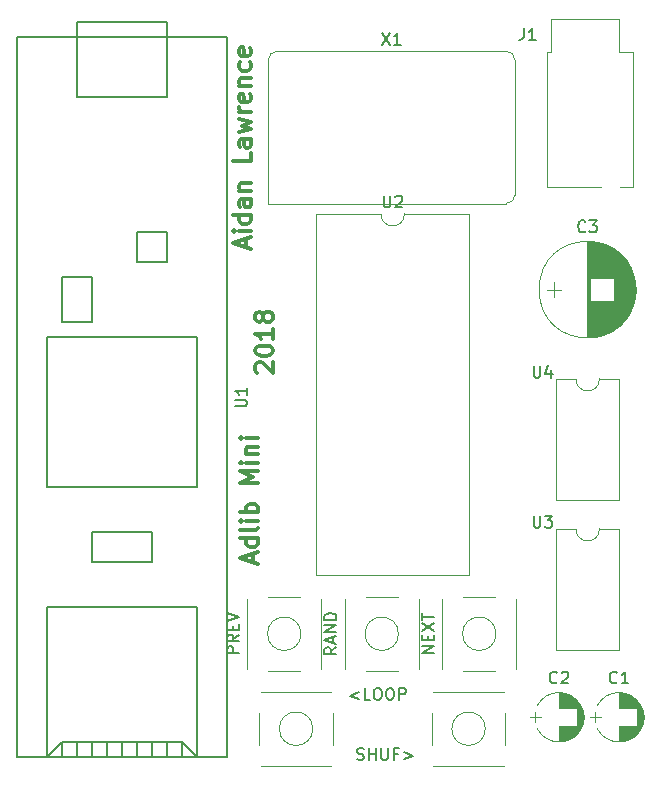
<source format=gbr>
G04 #@! TF.FileFunction,Legend,Top*
%FSLAX46Y46*%
G04 Gerber Fmt 4.6, Leading zero omitted, Abs format (unit mm)*
G04 Created by KiCad (PCBNEW 4.0.6) date 01/21/18 18:38:45*
%MOMM*%
%LPD*%
G01*
G04 APERTURE LIST*
%ADD10C,0.100000*%
%ADD11C,0.300000*%
%ADD12C,0.120000*%
%ADD13C,0.150000*%
G04 APERTURE END LIST*
D10*
D11*
X142831429Y-108616428D02*
X142760000Y-108544999D01*
X142688571Y-108402142D01*
X142688571Y-108044999D01*
X142760000Y-107902142D01*
X142831429Y-107830713D01*
X142974286Y-107759285D01*
X143117143Y-107759285D01*
X143331429Y-107830713D01*
X144188571Y-108687856D01*
X144188571Y-107759285D01*
X142688571Y-106830714D02*
X142688571Y-106687857D01*
X142760000Y-106545000D01*
X142831429Y-106473571D01*
X142974286Y-106402142D01*
X143260000Y-106330714D01*
X143617143Y-106330714D01*
X143902857Y-106402142D01*
X144045714Y-106473571D01*
X144117143Y-106545000D01*
X144188571Y-106687857D01*
X144188571Y-106830714D01*
X144117143Y-106973571D01*
X144045714Y-107045000D01*
X143902857Y-107116428D01*
X143617143Y-107187857D01*
X143260000Y-107187857D01*
X142974286Y-107116428D01*
X142831429Y-107045000D01*
X142760000Y-106973571D01*
X142688571Y-106830714D01*
X144188571Y-104902143D02*
X144188571Y-105759286D01*
X144188571Y-105330714D02*
X142688571Y-105330714D01*
X142902857Y-105473571D01*
X143045714Y-105616429D01*
X143117143Y-105759286D01*
X143331429Y-104045000D02*
X143260000Y-104187858D01*
X143188571Y-104259286D01*
X143045714Y-104330715D01*
X142974286Y-104330715D01*
X142831429Y-104259286D01*
X142760000Y-104187858D01*
X142688571Y-104045000D01*
X142688571Y-103759286D01*
X142760000Y-103616429D01*
X142831429Y-103545000D01*
X142974286Y-103473572D01*
X143045714Y-103473572D01*
X143188571Y-103545000D01*
X143260000Y-103616429D01*
X143331429Y-103759286D01*
X143331429Y-104045000D01*
X143402857Y-104187858D01*
X143474286Y-104259286D01*
X143617143Y-104330715D01*
X143902857Y-104330715D01*
X144045714Y-104259286D01*
X144117143Y-104187858D01*
X144188571Y-104045000D01*
X144188571Y-103759286D01*
X144117143Y-103616429D01*
X144045714Y-103545000D01*
X143902857Y-103473572D01*
X143617143Y-103473572D01*
X143474286Y-103545000D01*
X143402857Y-103616429D01*
X143331429Y-103759286D01*
X141855000Y-97999286D02*
X141855000Y-97285000D01*
X142283571Y-98142143D02*
X140783571Y-97642143D01*
X142283571Y-97142143D01*
X142283571Y-96642143D02*
X141283571Y-96642143D01*
X140783571Y-96642143D02*
X140855000Y-96713572D01*
X140926429Y-96642143D01*
X140855000Y-96570715D01*
X140783571Y-96642143D01*
X140926429Y-96642143D01*
X142283571Y-95285000D02*
X140783571Y-95285000D01*
X142212143Y-95285000D02*
X142283571Y-95427857D01*
X142283571Y-95713571D01*
X142212143Y-95856429D01*
X142140714Y-95927857D01*
X141997857Y-95999286D01*
X141569286Y-95999286D01*
X141426429Y-95927857D01*
X141355000Y-95856429D01*
X141283571Y-95713571D01*
X141283571Y-95427857D01*
X141355000Y-95285000D01*
X142283571Y-93927857D02*
X141497857Y-93927857D01*
X141355000Y-93999286D01*
X141283571Y-94142143D01*
X141283571Y-94427857D01*
X141355000Y-94570714D01*
X142212143Y-93927857D02*
X142283571Y-94070714D01*
X142283571Y-94427857D01*
X142212143Y-94570714D01*
X142069286Y-94642143D01*
X141926429Y-94642143D01*
X141783571Y-94570714D01*
X141712143Y-94427857D01*
X141712143Y-94070714D01*
X141640714Y-93927857D01*
X141283571Y-93213571D02*
X142283571Y-93213571D01*
X141426429Y-93213571D02*
X141355000Y-93142143D01*
X141283571Y-92999285D01*
X141283571Y-92785000D01*
X141355000Y-92642143D01*
X141497857Y-92570714D01*
X142283571Y-92570714D01*
X142283571Y-89999285D02*
X142283571Y-90713571D01*
X140783571Y-90713571D01*
X142283571Y-88856428D02*
X141497857Y-88856428D01*
X141355000Y-88927857D01*
X141283571Y-89070714D01*
X141283571Y-89356428D01*
X141355000Y-89499285D01*
X142212143Y-88856428D02*
X142283571Y-88999285D01*
X142283571Y-89356428D01*
X142212143Y-89499285D01*
X142069286Y-89570714D01*
X141926429Y-89570714D01*
X141783571Y-89499285D01*
X141712143Y-89356428D01*
X141712143Y-88999285D01*
X141640714Y-88856428D01*
X141283571Y-88284999D02*
X142283571Y-87999285D01*
X141569286Y-87713571D01*
X142283571Y-87427856D01*
X141283571Y-87142142D01*
X142283571Y-86570713D02*
X141283571Y-86570713D01*
X141569286Y-86570713D02*
X141426429Y-86499285D01*
X141355000Y-86427856D01*
X141283571Y-86284999D01*
X141283571Y-86142142D01*
X142212143Y-85070714D02*
X142283571Y-85213571D01*
X142283571Y-85499285D01*
X142212143Y-85642142D01*
X142069286Y-85713571D01*
X141497857Y-85713571D01*
X141355000Y-85642142D01*
X141283571Y-85499285D01*
X141283571Y-85213571D01*
X141355000Y-85070714D01*
X141497857Y-84999285D01*
X141640714Y-84999285D01*
X141783571Y-85713571D01*
X141283571Y-84356428D02*
X142283571Y-84356428D01*
X141426429Y-84356428D02*
X141355000Y-84285000D01*
X141283571Y-84142142D01*
X141283571Y-83927857D01*
X141355000Y-83785000D01*
X141497857Y-83713571D01*
X142283571Y-83713571D01*
X142212143Y-82356428D02*
X142283571Y-82499285D01*
X142283571Y-82784999D01*
X142212143Y-82927857D01*
X142140714Y-82999285D01*
X141997857Y-83070714D01*
X141569286Y-83070714D01*
X141426429Y-82999285D01*
X141355000Y-82927857D01*
X141283571Y-82784999D01*
X141283571Y-82499285D01*
X141355000Y-82356428D01*
X142212143Y-81142143D02*
X142283571Y-81285000D01*
X142283571Y-81570714D01*
X142212143Y-81713571D01*
X142069286Y-81785000D01*
X141497857Y-81785000D01*
X141355000Y-81713571D01*
X141283571Y-81570714D01*
X141283571Y-81285000D01*
X141355000Y-81142143D01*
X141497857Y-81070714D01*
X141640714Y-81070714D01*
X141783571Y-81785000D01*
X142490000Y-124665715D02*
X142490000Y-123951429D01*
X142918571Y-124808572D02*
X141418571Y-124308572D01*
X142918571Y-123808572D01*
X142918571Y-122665715D02*
X141418571Y-122665715D01*
X142847143Y-122665715D02*
X142918571Y-122808572D01*
X142918571Y-123094286D01*
X142847143Y-123237144D01*
X142775714Y-123308572D01*
X142632857Y-123380001D01*
X142204286Y-123380001D01*
X142061429Y-123308572D01*
X141990000Y-123237144D01*
X141918571Y-123094286D01*
X141918571Y-122808572D01*
X141990000Y-122665715D01*
X142918571Y-121737143D02*
X142847143Y-121880001D01*
X142704286Y-121951429D01*
X141418571Y-121951429D01*
X142918571Y-121165715D02*
X141918571Y-121165715D01*
X141418571Y-121165715D02*
X141490000Y-121237144D01*
X141561429Y-121165715D01*
X141490000Y-121094287D01*
X141418571Y-121165715D01*
X141561429Y-121165715D01*
X142918571Y-120451429D02*
X141418571Y-120451429D01*
X141990000Y-120451429D02*
X141918571Y-120308572D01*
X141918571Y-120022858D01*
X141990000Y-119880001D01*
X142061429Y-119808572D01*
X142204286Y-119737143D01*
X142632857Y-119737143D01*
X142775714Y-119808572D01*
X142847143Y-119880001D01*
X142918571Y-120022858D01*
X142918571Y-120308572D01*
X142847143Y-120451429D01*
X142918571Y-117951429D02*
X141418571Y-117951429D01*
X142490000Y-117451429D01*
X141418571Y-116951429D01*
X142918571Y-116951429D01*
X142918571Y-116237143D02*
X141918571Y-116237143D01*
X141418571Y-116237143D02*
X141490000Y-116308572D01*
X141561429Y-116237143D01*
X141490000Y-116165715D01*
X141418571Y-116237143D01*
X141561429Y-116237143D01*
X141918571Y-115522857D02*
X142918571Y-115522857D01*
X142061429Y-115522857D02*
X141990000Y-115451429D01*
X141918571Y-115308571D01*
X141918571Y-115094286D01*
X141990000Y-114951429D01*
X142132857Y-114880000D01*
X142918571Y-114880000D01*
X142918571Y-114165714D02*
X141918571Y-114165714D01*
X141418571Y-114165714D02*
X141490000Y-114237143D01*
X141561429Y-114165714D01*
X141490000Y-114094286D01*
X141418571Y-114165714D01*
X141561429Y-114165714D01*
D12*
X175316436Y-136815830D02*
G75*
G03X171624004Y-136815000I-1846436J-979170D01*
G01*
X175316436Y-138774170D02*
G75*
G02X171624004Y-138775000I-1846436J979170D01*
G01*
X175316436Y-138774170D02*
G75*
G03X175315996Y-136815000I-1846436J979170D01*
G01*
X173470000Y-138575000D02*
X173470000Y-139845000D01*
X173470000Y-135745000D02*
X173470000Y-137015000D01*
X173510000Y-135745000D02*
X173510000Y-137015000D01*
X173510000Y-138575000D02*
X173510000Y-139845000D01*
X173550000Y-135746000D02*
X173550000Y-137015000D01*
X173550000Y-138575000D02*
X173550000Y-139844000D01*
X173590000Y-135748000D02*
X173590000Y-137015000D01*
X173590000Y-138575000D02*
X173590000Y-139842000D01*
X173630000Y-135751000D02*
X173630000Y-137015000D01*
X173630000Y-138575000D02*
X173630000Y-139839000D01*
X173670000Y-135754000D02*
X173670000Y-137015000D01*
X173670000Y-138575000D02*
X173670000Y-139836000D01*
X173710000Y-135758000D02*
X173710000Y-137015000D01*
X173710000Y-138575000D02*
X173710000Y-139832000D01*
X173750000Y-135763000D02*
X173750000Y-137015000D01*
X173750000Y-138575000D02*
X173750000Y-139827000D01*
X173790000Y-135769000D02*
X173790000Y-137015000D01*
X173790000Y-138575000D02*
X173790000Y-139821000D01*
X173830000Y-135776000D02*
X173830000Y-137015000D01*
X173830000Y-138575000D02*
X173830000Y-139814000D01*
X173870000Y-135783000D02*
X173870000Y-137015000D01*
X173870000Y-138575000D02*
X173870000Y-139807000D01*
X173910000Y-135791000D02*
X173910000Y-137015000D01*
X173910000Y-138575000D02*
X173910000Y-139799000D01*
X173950000Y-135800000D02*
X173950000Y-137015000D01*
X173950000Y-138575000D02*
X173950000Y-139790000D01*
X173990000Y-135810000D02*
X173990000Y-137015000D01*
X173990000Y-138575000D02*
X173990000Y-139780000D01*
X174030000Y-135821000D02*
X174030000Y-137015000D01*
X174030000Y-138575000D02*
X174030000Y-139769000D01*
X174070000Y-135832000D02*
X174070000Y-137015000D01*
X174070000Y-138575000D02*
X174070000Y-139758000D01*
X174110000Y-135845000D02*
X174110000Y-137015000D01*
X174110000Y-138575000D02*
X174110000Y-139745000D01*
X174150000Y-135858000D02*
X174150000Y-137015000D01*
X174150000Y-138575000D02*
X174150000Y-139732000D01*
X174191000Y-135872000D02*
X174191000Y-137015000D01*
X174191000Y-138575000D02*
X174191000Y-139718000D01*
X174231000Y-135888000D02*
X174231000Y-137015000D01*
X174231000Y-138575000D02*
X174231000Y-139702000D01*
X174271000Y-135904000D02*
X174271000Y-137015000D01*
X174271000Y-138575000D02*
X174271000Y-139686000D01*
X174311000Y-135921000D02*
X174311000Y-137015000D01*
X174311000Y-138575000D02*
X174311000Y-139669000D01*
X174351000Y-135939000D02*
X174351000Y-137015000D01*
X174351000Y-138575000D02*
X174351000Y-139651000D01*
X174391000Y-135958000D02*
X174391000Y-137015000D01*
X174391000Y-138575000D02*
X174391000Y-139632000D01*
X174431000Y-135978000D02*
X174431000Y-137015000D01*
X174431000Y-138575000D02*
X174431000Y-139612000D01*
X174471000Y-135999000D02*
X174471000Y-137015000D01*
X174471000Y-138575000D02*
X174471000Y-139591000D01*
X174511000Y-136022000D02*
X174511000Y-137015000D01*
X174511000Y-138575000D02*
X174511000Y-139568000D01*
X174551000Y-136045000D02*
X174551000Y-137015000D01*
X174551000Y-138575000D02*
X174551000Y-139545000D01*
X174591000Y-136070000D02*
X174591000Y-137015000D01*
X174591000Y-138575000D02*
X174591000Y-139520000D01*
X174631000Y-136096000D02*
X174631000Y-137015000D01*
X174631000Y-138575000D02*
X174631000Y-139494000D01*
X174671000Y-136123000D02*
X174671000Y-137015000D01*
X174671000Y-138575000D02*
X174671000Y-139467000D01*
X174711000Y-136152000D02*
X174711000Y-137015000D01*
X174711000Y-138575000D02*
X174711000Y-139438000D01*
X174751000Y-136182000D02*
X174751000Y-137015000D01*
X174751000Y-138575000D02*
X174751000Y-139408000D01*
X174791000Y-136214000D02*
X174791000Y-137015000D01*
X174791000Y-138575000D02*
X174791000Y-139376000D01*
X174831000Y-136248000D02*
X174831000Y-137015000D01*
X174831000Y-138575000D02*
X174831000Y-139342000D01*
X174871000Y-136283000D02*
X174871000Y-137015000D01*
X174871000Y-138575000D02*
X174871000Y-139307000D01*
X174911000Y-136320000D02*
X174911000Y-137015000D01*
X174911000Y-138575000D02*
X174911000Y-139270000D01*
X174951000Y-136359000D02*
X174951000Y-137015000D01*
X174951000Y-138575000D02*
X174951000Y-139231000D01*
X174991000Y-136400000D02*
X174991000Y-137015000D01*
X174991000Y-138575000D02*
X174991000Y-139190000D01*
X175031000Y-136444000D02*
X175031000Y-139146000D01*
X175071000Y-136490000D02*
X175071000Y-139100000D01*
X175111000Y-136539000D02*
X175111000Y-139051000D01*
X175151000Y-136591000D02*
X175151000Y-138999000D01*
X175191000Y-136647000D02*
X175191000Y-138943000D01*
X175231000Y-136707000D02*
X175231000Y-138883000D01*
X175271000Y-136772000D02*
X175271000Y-138818000D01*
X175311000Y-136843000D02*
X175311000Y-138747000D01*
X175351000Y-136921000D02*
X175351000Y-138669000D01*
X175391000Y-137009000D02*
X175391000Y-138581000D01*
X175431000Y-137109000D02*
X175431000Y-138481000D01*
X175471000Y-137228000D02*
X175471000Y-138362000D01*
X175511000Y-137380000D02*
X175511000Y-138210000D01*
X175551000Y-137630000D02*
X175551000Y-137960000D01*
X171020000Y-137795000D02*
X171920000Y-137795000D01*
X171470000Y-137345000D02*
X171470000Y-138245000D01*
X170236436Y-136815830D02*
G75*
G03X166544004Y-136815000I-1846436J-979170D01*
G01*
X170236436Y-138774170D02*
G75*
G02X166544004Y-138775000I-1846436J979170D01*
G01*
X170236436Y-138774170D02*
G75*
G03X170235996Y-136815000I-1846436J979170D01*
G01*
X168390000Y-138575000D02*
X168390000Y-139845000D01*
X168390000Y-135745000D02*
X168390000Y-137015000D01*
X168430000Y-135745000D02*
X168430000Y-137015000D01*
X168430000Y-138575000D02*
X168430000Y-139845000D01*
X168470000Y-135746000D02*
X168470000Y-137015000D01*
X168470000Y-138575000D02*
X168470000Y-139844000D01*
X168510000Y-135748000D02*
X168510000Y-137015000D01*
X168510000Y-138575000D02*
X168510000Y-139842000D01*
X168550000Y-135751000D02*
X168550000Y-137015000D01*
X168550000Y-138575000D02*
X168550000Y-139839000D01*
X168590000Y-135754000D02*
X168590000Y-137015000D01*
X168590000Y-138575000D02*
X168590000Y-139836000D01*
X168630000Y-135758000D02*
X168630000Y-137015000D01*
X168630000Y-138575000D02*
X168630000Y-139832000D01*
X168670000Y-135763000D02*
X168670000Y-137015000D01*
X168670000Y-138575000D02*
X168670000Y-139827000D01*
X168710000Y-135769000D02*
X168710000Y-137015000D01*
X168710000Y-138575000D02*
X168710000Y-139821000D01*
X168750000Y-135776000D02*
X168750000Y-137015000D01*
X168750000Y-138575000D02*
X168750000Y-139814000D01*
X168790000Y-135783000D02*
X168790000Y-137015000D01*
X168790000Y-138575000D02*
X168790000Y-139807000D01*
X168830000Y-135791000D02*
X168830000Y-137015000D01*
X168830000Y-138575000D02*
X168830000Y-139799000D01*
X168870000Y-135800000D02*
X168870000Y-137015000D01*
X168870000Y-138575000D02*
X168870000Y-139790000D01*
X168910000Y-135810000D02*
X168910000Y-137015000D01*
X168910000Y-138575000D02*
X168910000Y-139780000D01*
X168950000Y-135821000D02*
X168950000Y-137015000D01*
X168950000Y-138575000D02*
X168950000Y-139769000D01*
X168990000Y-135832000D02*
X168990000Y-137015000D01*
X168990000Y-138575000D02*
X168990000Y-139758000D01*
X169030000Y-135845000D02*
X169030000Y-137015000D01*
X169030000Y-138575000D02*
X169030000Y-139745000D01*
X169070000Y-135858000D02*
X169070000Y-137015000D01*
X169070000Y-138575000D02*
X169070000Y-139732000D01*
X169111000Y-135872000D02*
X169111000Y-137015000D01*
X169111000Y-138575000D02*
X169111000Y-139718000D01*
X169151000Y-135888000D02*
X169151000Y-137015000D01*
X169151000Y-138575000D02*
X169151000Y-139702000D01*
X169191000Y-135904000D02*
X169191000Y-137015000D01*
X169191000Y-138575000D02*
X169191000Y-139686000D01*
X169231000Y-135921000D02*
X169231000Y-137015000D01*
X169231000Y-138575000D02*
X169231000Y-139669000D01*
X169271000Y-135939000D02*
X169271000Y-137015000D01*
X169271000Y-138575000D02*
X169271000Y-139651000D01*
X169311000Y-135958000D02*
X169311000Y-137015000D01*
X169311000Y-138575000D02*
X169311000Y-139632000D01*
X169351000Y-135978000D02*
X169351000Y-137015000D01*
X169351000Y-138575000D02*
X169351000Y-139612000D01*
X169391000Y-135999000D02*
X169391000Y-137015000D01*
X169391000Y-138575000D02*
X169391000Y-139591000D01*
X169431000Y-136022000D02*
X169431000Y-137015000D01*
X169431000Y-138575000D02*
X169431000Y-139568000D01*
X169471000Y-136045000D02*
X169471000Y-137015000D01*
X169471000Y-138575000D02*
X169471000Y-139545000D01*
X169511000Y-136070000D02*
X169511000Y-137015000D01*
X169511000Y-138575000D02*
X169511000Y-139520000D01*
X169551000Y-136096000D02*
X169551000Y-137015000D01*
X169551000Y-138575000D02*
X169551000Y-139494000D01*
X169591000Y-136123000D02*
X169591000Y-137015000D01*
X169591000Y-138575000D02*
X169591000Y-139467000D01*
X169631000Y-136152000D02*
X169631000Y-137015000D01*
X169631000Y-138575000D02*
X169631000Y-139438000D01*
X169671000Y-136182000D02*
X169671000Y-137015000D01*
X169671000Y-138575000D02*
X169671000Y-139408000D01*
X169711000Y-136214000D02*
X169711000Y-137015000D01*
X169711000Y-138575000D02*
X169711000Y-139376000D01*
X169751000Y-136248000D02*
X169751000Y-137015000D01*
X169751000Y-138575000D02*
X169751000Y-139342000D01*
X169791000Y-136283000D02*
X169791000Y-137015000D01*
X169791000Y-138575000D02*
X169791000Y-139307000D01*
X169831000Y-136320000D02*
X169831000Y-137015000D01*
X169831000Y-138575000D02*
X169831000Y-139270000D01*
X169871000Y-136359000D02*
X169871000Y-137015000D01*
X169871000Y-138575000D02*
X169871000Y-139231000D01*
X169911000Y-136400000D02*
X169911000Y-137015000D01*
X169911000Y-138575000D02*
X169911000Y-139190000D01*
X169951000Y-136444000D02*
X169951000Y-139146000D01*
X169991000Y-136490000D02*
X169991000Y-139100000D01*
X170031000Y-136539000D02*
X170031000Y-139051000D01*
X170071000Y-136591000D02*
X170071000Y-138999000D01*
X170111000Y-136647000D02*
X170111000Y-138943000D01*
X170151000Y-136707000D02*
X170151000Y-138883000D01*
X170191000Y-136772000D02*
X170191000Y-138818000D01*
X170231000Y-136843000D02*
X170231000Y-138747000D01*
X170271000Y-136921000D02*
X170271000Y-138669000D01*
X170311000Y-137009000D02*
X170311000Y-138581000D01*
X170351000Y-137109000D02*
X170351000Y-138481000D01*
X170391000Y-137228000D02*
X170391000Y-138362000D01*
X170431000Y-137380000D02*
X170431000Y-138210000D01*
X170471000Y-137630000D02*
X170471000Y-137960000D01*
X165940000Y-137795000D02*
X166840000Y-137795000D01*
X166390000Y-137345000D02*
X166390000Y-138245000D01*
X174885000Y-101600000D02*
G75*
G03X174885000Y-101600000I-4090000J0D01*
G01*
X170795000Y-97550000D02*
X170795000Y-105650000D01*
X170835000Y-97550000D02*
X170835000Y-105650000D01*
X170875000Y-97550000D02*
X170875000Y-105650000D01*
X170915000Y-97551000D02*
X170915000Y-105649000D01*
X170955000Y-97553000D02*
X170955000Y-105647000D01*
X170995000Y-97554000D02*
X170995000Y-105646000D01*
X171035000Y-97557000D02*
X171035000Y-105643000D01*
X171075000Y-97559000D02*
X171075000Y-100620000D01*
X171075000Y-102580000D02*
X171075000Y-105641000D01*
X171115000Y-97562000D02*
X171115000Y-100620000D01*
X171115000Y-102580000D02*
X171115000Y-105638000D01*
X171155000Y-97565000D02*
X171155000Y-100620000D01*
X171155000Y-102580000D02*
X171155000Y-105635000D01*
X171195000Y-97569000D02*
X171195000Y-100620000D01*
X171195000Y-102580000D02*
X171195000Y-105631000D01*
X171235000Y-97573000D02*
X171235000Y-100620000D01*
X171235000Y-102580000D02*
X171235000Y-105627000D01*
X171275000Y-97578000D02*
X171275000Y-100620000D01*
X171275000Y-102580000D02*
X171275000Y-105622000D01*
X171315000Y-97583000D02*
X171315000Y-100620000D01*
X171315000Y-102580000D02*
X171315000Y-105617000D01*
X171355000Y-97588000D02*
X171355000Y-100620000D01*
X171355000Y-102580000D02*
X171355000Y-105612000D01*
X171395000Y-97594000D02*
X171395000Y-100620000D01*
X171395000Y-102580000D02*
X171395000Y-105606000D01*
X171435000Y-97600000D02*
X171435000Y-100620000D01*
X171435000Y-102580000D02*
X171435000Y-105600000D01*
X171475000Y-97606000D02*
X171475000Y-100620000D01*
X171475000Y-102580000D02*
X171475000Y-105594000D01*
X171516000Y-97613000D02*
X171516000Y-100620000D01*
X171516000Y-102580000D02*
X171516000Y-105587000D01*
X171556000Y-97621000D02*
X171556000Y-100620000D01*
X171556000Y-102580000D02*
X171556000Y-105579000D01*
X171596000Y-97629000D02*
X171596000Y-100620000D01*
X171596000Y-102580000D02*
X171596000Y-105571000D01*
X171636000Y-97637000D02*
X171636000Y-100620000D01*
X171636000Y-102580000D02*
X171636000Y-105563000D01*
X171676000Y-97645000D02*
X171676000Y-100620000D01*
X171676000Y-102580000D02*
X171676000Y-105555000D01*
X171716000Y-97654000D02*
X171716000Y-100620000D01*
X171716000Y-102580000D02*
X171716000Y-105546000D01*
X171756000Y-97664000D02*
X171756000Y-100620000D01*
X171756000Y-102580000D02*
X171756000Y-105536000D01*
X171796000Y-97674000D02*
X171796000Y-100620000D01*
X171796000Y-102580000D02*
X171796000Y-105526000D01*
X171836000Y-97684000D02*
X171836000Y-100620000D01*
X171836000Y-102580000D02*
X171836000Y-105516000D01*
X171876000Y-97695000D02*
X171876000Y-100620000D01*
X171876000Y-102580000D02*
X171876000Y-105505000D01*
X171916000Y-97706000D02*
X171916000Y-100620000D01*
X171916000Y-102580000D02*
X171916000Y-105494000D01*
X171956000Y-97717000D02*
X171956000Y-100620000D01*
X171956000Y-102580000D02*
X171956000Y-105483000D01*
X171996000Y-97730000D02*
X171996000Y-100620000D01*
X171996000Y-102580000D02*
X171996000Y-105470000D01*
X172036000Y-97742000D02*
X172036000Y-100620000D01*
X172036000Y-102580000D02*
X172036000Y-105458000D01*
X172076000Y-97755000D02*
X172076000Y-100620000D01*
X172076000Y-102580000D02*
X172076000Y-105445000D01*
X172116000Y-97768000D02*
X172116000Y-100620000D01*
X172116000Y-102580000D02*
X172116000Y-105432000D01*
X172156000Y-97782000D02*
X172156000Y-100620000D01*
X172156000Y-102580000D02*
X172156000Y-105418000D01*
X172196000Y-97797000D02*
X172196000Y-100620000D01*
X172196000Y-102580000D02*
X172196000Y-105403000D01*
X172236000Y-97811000D02*
X172236000Y-100620000D01*
X172236000Y-102580000D02*
X172236000Y-105389000D01*
X172276000Y-97827000D02*
X172276000Y-100620000D01*
X172276000Y-102580000D02*
X172276000Y-105373000D01*
X172316000Y-97842000D02*
X172316000Y-100620000D01*
X172316000Y-102580000D02*
X172316000Y-105358000D01*
X172356000Y-97859000D02*
X172356000Y-100620000D01*
X172356000Y-102580000D02*
X172356000Y-105341000D01*
X172396000Y-97875000D02*
X172396000Y-100620000D01*
X172396000Y-102580000D02*
X172396000Y-105325000D01*
X172436000Y-97893000D02*
X172436000Y-100620000D01*
X172436000Y-102580000D02*
X172436000Y-105307000D01*
X172476000Y-97910000D02*
X172476000Y-100620000D01*
X172476000Y-102580000D02*
X172476000Y-105290000D01*
X172516000Y-97929000D02*
X172516000Y-100620000D01*
X172516000Y-102580000D02*
X172516000Y-105271000D01*
X172556000Y-97948000D02*
X172556000Y-100620000D01*
X172556000Y-102580000D02*
X172556000Y-105252000D01*
X172596000Y-97967000D02*
X172596000Y-100620000D01*
X172596000Y-102580000D02*
X172596000Y-105233000D01*
X172636000Y-97987000D02*
X172636000Y-100620000D01*
X172636000Y-102580000D02*
X172636000Y-105213000D01*
X172676000Y-98007000D02*
X172676000Y-100620000D01*
X172676000Y-102580000D02*
X172676000Y-105193000D01*
X172716000Y-98028000D02*
X172716000Y-100620000D01*
X172716000Y-102580000D02*
X172716000Y-105172000D01*
X172756000Y-98050000D02*
X172756000Y-100620000D01*
X172756000Y-102580000D02*
X172756000Y-105150000D01*
X172796000Y-98072000D02*
X172796000Y-100620000D01*
X172796000Y-102580000D02*
X172796000Y-105128000D01*
X172836000Y-98095000D02*
X172836000Y-100620000D01*
X172836000Y-102580000D02*
X172836000Y-105105000D01*
X172876000Y-98118000D02*
X172876000Y-100620000D01*
X172876000Y-102580000D02*
X172876000Y-105082000D01*
X172916000Y-98142000D02*
X172916000Y-100620000D01*
X172916000Y-102580000D02*
X172916000Y-105058000D01*
X172956000Y-98166000D02*
X172956000Y-100620000D01*
X172956000Y-102580000D02*
X172956000Y-105034000D01*
X172996000Y-98192000D02*
X172996000Y-100620000D01*
X172996000Y-102580000D02*
X172996000Y-105008000D01*
X173036000Y-98217000D02*
X173036000Y-104983000D01*
X173076000Y-98244000D02*
X173076000Y-104956000D01*
X173116000Y-98271000D02*
X173116000Y-104929000D01*
X173156000Y-98299000D02*
X173156000Y-104901000D01*
X173196000Y-98328000D02*
X173196000Y-104872000D01*
X173236000Y-98357000D02*
X173236000Y-104843000D01*
X173276000Y-98387000D02*
X173276000Y-104813000D01*
X173316000Y-98418000D02*
X173316000Y-104782000D01*
X173356000Y-98450000D02*
X173356000Y-104750000D01*
X173396000Y-98482000D02*
X173396000Y-104718000D01*
X173436000Y-98516000D02*
X173436000Y-104684000D01*
X173476000Y-98550000D02*
X173476000Y-104650000D01*
X173516000Y-98585000D02*
X173516000Y-104615000D01*
X173556000Y-98621000D02*
X173556000Y-104579000D01*
X173596000Y-98658000D02*
X173596000Y-104542000D01*
X173636000Y-98696000D02*
X173636000Y-104504000D01*
X173676000Y-98735000D02*
X173676000Y-104465000D01*
X173716000Y-98776000D02*
X173716000Y-104424000D01*
X173756000Y-98817000D02*
X173756000Y-104383000D01*
X173796000Y-98860000D02*
X173796000Y-104340000D01*
X173836000Y-98903000D02*
X173836000Y-104297000D01*
X173876000Y-98948000D02*
X173876000Y-104252000D01*
X173916000Y-98995000D02*
X173916000Y-104205000D01*
X173956000Y-99043000D02*
X173956000Y-104157000D01*
X173996000Y-99092000D02*
X173996000Y-104108000D01*
X174036000Y-99143000D02*
X174036000Y-104057000D01*
X174076000Y-99196000D02*
X174076000Y-104004000D01*
X174116000Y-99251000D02*
X174116000Y-103949000D01*
X174156000Y-99307000D02*
X174156000Y-103893000D01*
X174196000Y-99366000D02*
X174196000Y-103834000D01*
X174236000Y-99427000D02*
X174236000Y-103773000D01*
X174276000Y-99491000D02*
X174276000Y-103709000D01*
X174316000Y-99557000D02*
X174316000Y-103643000D01*
X174356000Y-99626000D02*
X174356000Y-103574000D01*
X174396000Y-99698000D02*
X174396000Y-103502000D01*
X174436000Y-99774000D02*
X174436000Y-103426000D01*
X174476000Y-99855000D02*
X174476000Y-103345000D01*
X174516000Y-99940000D02*
X174516000Y-103260000D01*
X174556000Y-100030000D02*
X174556000Y-103170000D01*
X174596000Y-100127000D02*
X174596000Y-103073000D01*
X174636000Y-100231000D02*
X174636000Y-102969000D01*
X174676000Y-100346000D02*
X174676000Y-102854000D01*
X174716000Y-100473000D02*
X174716000Y-102727000D01*
X174756000Y-100617000D02*
X174756000Y-102583000D01*
X174796000Y-100786000D02*
X174796000Y-102414000D01*
X174836000Y-101002000D02*
X174836000Y-102198000D01*
X174876000Y-101354000D02*
X174876000Y-101846000D01*
X167345000Y-101600000D02*
X168545000Y-101600000D01*
X167945000Y-100950000D02*
X167945000Y-102250000D01*
X167375000Y-81505000D02*
X167375000Y-92905000D01*
X167375000Y-92905000D02*
X171975000Y-92905000D01*
X174675000Y-92905000D02*
X173575000Y-92905000D01*
X173475000Y-81505000D02*
X174675000Y-81505000D01*
X167375000Y-81505000D02*
X167675000Y-81505000D01*
X173475000Y-78705000D02*
X167675000Y-78705000D01*
X174675000Y-81505000D02*
X174675000Y-92905000D01*
X173475000Y-81505000D02*
X173475000Y-78705000D01*
X167675000Y-81505000D02*
X167675000Y-78705000D01*
D13*
X135166000Y-96749000D02*
X132626000Y-96749000D01*
X132626000Y-96749000D02*
X132626000Y-99289000D01*
X132626000Y-99289000D02*
X135166000Y-99289000D01*
X135166000Y-99289000D02*
X135166000Y-96749000D01*
X126276000Y-104369000D02*
X126276000Y-100559000D01*
X126276000Y-100559000D02*
X128816000Y-100559000D01*
X128816000Y-100559000D02*
X128816000Y-104369000D01*
X128816000Y-104369000D02*
X126276000Y-104369000D01*
X125006000Y-118339000D02*
X137706000Y-118339000D01*
X137706000Y-105639000D02*
X125006000Y-105639000D01*
X125006000Y-105639000D02*
X125006000Y-118339000D01*
X137706000Y-105639000D02*
X137706000Y-118339000D01*
X126276000Y-139929000D02*
X126276000Y-141199000D01*
X127546000Y-139929000D02*
X127546000Y-141199000D01*
X128816000Y-139929000D02*
X128816000Y-141199000D01*
X130086000Y-139929000D02*
X130086000Y-141199000D01*
X131356000Y-139929000D02*
X131356000Y-141199000D01*
X132626000Y-139929000D02*
X132626000Y-141199000D01*
X133896000Y-139929000D02*
X133896000Y-141199000D01*
X135166000Y-139929000D02*
X135166000Y-141199000D01*
X136436000Y-139929000D02*
X136436000Y-141199000D01*
X125006000Y-141199000D02*
X126276000Y-139929000D01*
X126276000Y-139929000D02*
X136436000Y-139929000D01*
X136436000Y-139929000D02*
X137706000Y-141199000D01*
X137706000Y-141199000D02*
X137706000Y-128499000D01*
X137706000Y-128499000D02*
X125006000Y-128499000D01*
X125006000Y-128499000D02*
X125006000Y-141199000D01*
X140246000Y-141199000D02*
X140246000Y-80239000D01*
X122466000Y-80239000D02*
X122466000Y-141199000D01*
X127546000Y-80239000D02*
X127546000Y-78969000D01*
X127546000Y-78969000D02*
X135166000Y-78969000D01*
X135166000Y-78969000D02*
X135166000Y-80239000D01*
X127546000Y-85319000D02*
X135166000Y-85319000D01*
X135166000Y-85319000D02*
X135166000Y-80239000D01*
X127546000Y-85319000D02*
X127546000Y-80239000D01*
X133896000Y-124689000D02*
X128816000Y-124689000D01*
X128816000Y-124689000D02*
X128816000Y-122149000D01*
X128816000Y-122149000D02*
X133896000Y-122149000D01*
X133896000Y-122149000D02*
X133896000Y-124689000D01*
X140246000Y-141199000D02*
X122466000Y-141199000D01*
X122466000Y-80239000D02*
X140246000Y-80239000D01*
D12*
X155305000Y-95190000D02*
G75*
G02X153305000Y-95190000I-1000000J0D01*
G01*
X153305000Y-95190000D02*
X147845000Y-95190000D01*
X147845000Y-95190000D02*
X147845000Y-125790000D01*
X147845000Y-125790000D02*
X160765000Y-125790000D01*
X160765000Y-125790000D02*
X160765000Y-95190000D01*
X160765000Y-95190000D02*
X155305000Y-95190000D01*
X171815000Y-121860000D02*
G75*
G02X169815000Y-121860000I-1000000J0D01*
G01*
X169815000Y-121860000D02*
X168165000Y-121860000D01*
X168165000Y-121860000D02*
X168165000Y-132140000D01*
X168165000Y-132140000D02*
X173465000Y-132140000D01*
X173465000Y-132140000D02*
X173465000Y-121860000D01*
X173465000Y-121860000D02*
X171815000Y-121860000D01*
X171815000Y-109160000D02*
G75*
G02X169815000Y-109160000I-1000000J0D01*
G01*
X169815000Y-109160000D02*
X168165000Y-109160000D01*
X168165000Y-109160000D02*
X168165000Y-119440000D01*
X168165000Y-119440000D02*
X173465000Y-119440000D01*
X173465000Y-119440000D02*
X173465000Y-109160000D01*
X173465000Y-109160000D02*
X171815000Y-109160000D01*
X143766000Y-82158600D02*
X143766000Y-94308600D01*
X163916000Y-81408600D02*
X144516000Y-81408600D01*
X164666000Y-93558600D02*
X164666000Y-82158600D01*
X143766000Y-94308600D02*
X163916000Y-94308600D01*
X163916000Y-94308600D02*
G75*
G03X164666000Y-93558600I0J750000D01*
G01*
X164666000Y-82158600D02*
G75*
G03X163916000Y-81408600I-750000J0D01*
G01*
X144516000Y-81408600D02*
G75*
G03X143766000Y-82158600I0J-750000D01*
G01*
X146539214Y-130735000D02*
G75*
G03X146539214Y-130735000I-1414214J0D01*
G01*
X148245000Y-133705000D02*
X148245000Y-127765000D01*
X142005000Y-133705000D02*
X142005000Y-127765000D01*
X146465000Y-133855000D02*
X143785000Y-133855000D01*
X143785000Y-127615000D02*
X146465000Y-127615000D01*
X154794214Y-130735000D02*
G75*
G03X154794214Y-130735000I-1414214J0D01*
G01*
X156500000Y-133705000D02*
X156500000Y-127765000D01*
X150260000Y-133705000D02*
X150260000Y-127765000D01*
X154720000Y-133855000D02*
X152040000Y-133855000D01*
X152040000Y-127615000D02*
X154720000Y-127615000D01*
X163049214Y-130735000D02*
G75*
G03X163049214Y-130735000I-1414214J0D01*
G01*
X164755000Y-133705000D02*
X164755000Y-127765000D01*
X158515000Y-133705000D02*
X158515000Y-127765000D01*
X162975000Y-133855000D02*
X160295000Y-133855000D01*
X160295000Y-127615000D02*
X162975000Y-127615000D01*
X147539214Y-138775000D02*
G75*
G03X147539214Y-138775000I-1414214J0D01*
G01*
X143155000Y-141895000D02*
X149095000Y-141895000D01*
X143155000Y-135655000D02*
X149095000Y-135655000D01*
X143005000Y-140115000D02*
X143005000Y-137435000D01*
X149245000Y-137435000D02*
X149245000Y-140115000D01*
X162144214Y-138775000D02*
G75*
G03X162144214Y-138775000I-1414214J0D01*
G01*
X157760000Y-141895000D02*
X163700000Y-141895000D01*
X157760000Y-135655000D02*
X163700000Y-135655000D01*
X157610000Y-140115000D02*
X157610000Y-137435000D01*
X163850000Y-137435000D02*
X163850000Y-140115000D01*
D13*
X173303334Y-134842143D02*
X173255715Y-134889762D01*
X173112858Y-134937381D01*
X173017620Y-134937381D01*
X172874762Y-134889762D01*
X172779524Y-134794524D01*
X172731905Y-134699286D01*
X172684286Y-134508810D01*
X172684286Y-134365952D01*
X172731905Y-134175476D01*
X172779524Y-134080238D01*
X172874762Y-133985000D01*
X173017620Y-133937381D01*
X173112858Y-133937381D01*
X173255715Y-133985000D01*
X173303334Y-134032619D01*
X174255715Y-134937381D02*
X173684286Y-134937381D01*
X173970000Y-134937381D02*
X173970000Y-133937381D01*
X173874762Y-134080238D01*
X173779524Y-134175476D01*
X173684286Y-134223095D01*
X168223334Y-134842143D02*
X168175715Y-134889762D01*
X168032858Y-134937381D01*
X167937620Y-134937381D01*
X167794762Y-134889762D01*
X167699524Y-134794524D01*
X167651905Y-134699286D01*
X167604286Y-134508810D01*
X167604286Y-134365952D01*
X167651905Y-134175476D01*
X167699524Y-134080238D01*
X167794762Y-133985000D01*
X167937620Y-133937381D01*
X168032858Y-133937381D01*
X168175715Y-133985000D01*
X168223334Y-134032619D01*
X168604286Y-134032619D02*
X168651905Y-133985000D01*
X168747143Y-133937381D01*
X168985239Y-133937381D01*
X169080477Y-133985000D01*
X169128096Y-134032619D01*
X169175715Y-134127857D01*
X169175715Y-134223095D01*
X169128096Y-134365952D01*
X168556667Y-134937381D01*
X169175715Y-134937381D01*
X170628334Y-96647143D02*
X170580715Y-96694762D01*
X170437858Y-96742381D01*
X170342620Y-96742381D01*
X170199762Y-96694762D01*
X170104524Y-96599524D01*
X170056905Y-96504286D01*
X170009286Y-96313810D01*
X170009286Y-96170952D01*
X170056905Y-95980476D01*
X170104524Y-95885238D01*
X170199762Y-95790000D01*
X170342620Y-95742381D01*
X170437858Y-95742381D01*
X170580715Y-95790000D01*
X170628334Y-95837619D01*
X170961667Y-95742381D02*
X171580715Y-95742381D01*
X171247381Y-96123333D01*
X171390239Y-96123333D01*
X171485477Y-96170952D01*
X171533096Y-96218571D01*
X171580715Y-96313810D01*
X171580715Y-96551905D01*
X171533096Y-96647143D01*
X171485477Y-96694762D01*
X171390239Y-96742381D01*
X171104524Y-96742381D01*
X171009286Y-96694762D01*
X170961667Y-96647143D01*
X165401667Y-79462381D02*
X165401667Y-80176667D01*
X165354047Y-80319524D01*
X165258809Y-80414762D01*
X165115952Y-80462381D01*
X165020714Y-80462381D01*
X166401667Y-80462381D02*
X165830238Y-80462381D01*
X166115952Y-80462381D02*
X166115952Y-79462381D01*
X166020714Y-79605238D01*
X165925476Y-79700476D01*
X165830238Y-79748095D01*
X140968381Y-111480905D02*
X141777905Y-111480905D01*
X141873143Y-111433286D01*
X141920762Y-111385667D01*
X141968381Y-111290429D01*
X141968381Y-111099952D01*
X141920762Y-111004714D01*
X141873143Y-110957095D01*
X141777905Y-110909476D01*
X140968381Y-110909476D01*
X141968381Y-109909476D02*
X141968381Y-110480905D01*
X141968381Y-110195191D02*
X140968381Y-110195191D01*
X141111238Y-110290429D01*
X141206476Y-110385667D01*
X141254095Y-110480905D01*
X153543095Y-93642381D02*
X153543095Y-94451905D01*
X153590714Y-94547143D01*
X153638333Y-94594762D01*
X153733571Y-94642381D01*
X153924048Y-94642381D01*
X154019286Y-94594762D01*
X154066905Y-94547143D01*
X154114524Y-94451905D01*
X154114524Y-93642381D01*
X154543095Y-93737619D02*
X154590714Y-93690000D01*
X154685952Y-93642381D01*
X154924048Y-93642381D01*
X155019286Y-93690000D01*
X155066905Y-93737619D01*
X155114524Y-93832857D01*
X155114524Y-93928095D01*
X155066905Y-94070952D01*
X154495476Y-94642381D01*
X155114524Y-94642381D01*
X166243095Y-120737381D02*
X166243095Y-121546905D01*
X166290714Y-121642143D01*
X166338333Y-121689762D01*
X166433571Y-121737381D01*
X166624048Y-121737381D01*
X166719286Y-121689762D01*
X166766905Y-121642143D01*
X166814524Y-121546905D01*
X166814524Y-120737381D01*
X167195476Y-120737381D02*
X167814524Y-120737381D01*
X167481190Y-121118333D01*
X167624048Y-121118333D01*
X167719286Y-121165952D01*
X167766905Y-121213571D01*
X167814524Y-121308810D01*
X167814524Y-121546905D01*
X167766905Y-121642143D01*
X167719286Y-121689762D01*
X167624048Y-121737381D01*
X167338333Y-121737381D01*
X167243095Y-121689762D01*
X167195476Y-121642143D01*
X166243095Y-108037381D02*
X166243095Y-108846905D01*
X166290714Y-108942143D01*
X166338333Y-108989762D01*
X166433571Y-109037381D01*
X166624048Y-109037381D01*
X166719286Y-108989762D01*
X166766905Y-108942143D01*
X166814524Y-108846905D01*
X166814524Y-108037381D01*
X167719286Y-108370714D02*
X167719286Y-109037381D01*
X167481190Y-107989762D02*
X167243095Y-108704048D01*
X167862143Y-108704048D01*
X153406476Y-79860981D02*
X154073143Y-80860981D01*
X154073143Y-79860981D02*
X153406476Y-80860981D01*
X154977905Y-80860981D02*
X154406476Y-80860981D01*
X154692190Y-80860981D02*
X154692190Y-79860981D01*
X154596952Y-80003838D01*
X154501714Y-80099076D01*
X154406476Y-80146695D01*
X141277381Y-132377857D02*
X140277381Y-132377857D01*
X140277381Y-131996904D01*
X140325000Y-131901666D01*
X140372619Y-131854047D01*
X140467857Y-131806428D01*
X140610714Y-131806428D01*
X140705952Y-131854047D01*
X140753571Y-131901666D01*
X140801190Y-131996904D01*
X140801190Y-132377857D01*
X141277381Y-130806428D02*
X140801190Y-131139762D01*
X141277381Y-131377857D02*
X140277381Y-131377857D01*
X140277381Y-130996904D01*
X140325000Y-130901666D01*
X140372619Y-130854047D01*
X140467857Y-130806428D01*
X140610714Y-130806428D01*
X140705952Y-130854047D01*
X140753571Y-130901666D01*
X140801190Y-130996904D01*
X140801190Y-131377857D01*
X140753571Y-130377857D02*
X140753571Y-130044523D01*
X141277381Y-129901666D02*
X141277381Y-130377857D01*
X140277381Y-130377857D01*
X140277381Y-129901666D01*
X140277381Y-129615952D02*
X141277381Y-129282619D01*
X140277381Y-128949285D01*
X149532381Y-131877857D02*
X149056190Y-132211191D01*
X149532381Y-132449286D02*
X148532381Y-132449286D01*
X148532381Y-132068333D01*
X148580000Y-131973095D01*
X148627619Y-131925476D01*
X148722857Y-131877857D01*
X148865714Y-131877857D01*
X148960952Y-131925476D01*
X149008571Y-131973095D01*
X149056190Y-132068333D01*
X149056190Y-132449286D01*
X149246667Y-131496905D02*
X149246667Y-131020714D01*
X149532381Y-131592143D02*
X148532381Y-131258810D01*
X149532381Y-130925476D01*
X149532381Y-130592143D02*
X148532381Y-130592143D01*
X149532381Y-130020714D01*
X148532381Y-130020714D01*
X149532381Y-129544524D02*
X148532381Y-129544524D01*
X148532381Y-129306429D01*
X148580000Y-129163571D01*
X148675238Y-129068333D01*
X148770476Y-129020714D01*
X148960952Y-128973095D01*
X149103810Y-128973095D01*
X149294286Y-129020714D01*
X149389524Y-129068333D01*
X149484762Y-129163571D01*
X149532381Y-129306429D01*
X149532381Y-129544524D01*
X157787381Y-132330238D02*
X156787381Y-132330238D01*
X157787381Y-131758809D01*
X156787381Y-131758809D01*
X157263571Y-131282619D02*
X157263571Y-130949285D01*
X157787381Y-130806428D02*
X157787381Y-131282619D01*
X156787381Y-131282619D01*
X156787381Y-130806428D01*
X156787381Y-130473095D02*
X157787381Y-129806428D01*
X156787381Y-129806428D02*
X157787381Y-130473095D01*
X156787381Y-129568333D02*
X156787381Y-128996904D01*
X157787381Y-129282619D02*
X156787381Y-129282619D01*
X151463572Y-135675714D02*
X150701667Y-135961429D01*
X151463572Y-136247143D01*
X152415953Y-136342381D02*
X151939762Y-136342381D01*
X151939762Y-135342381D01*
X152939762Y-135342381D02*
X153130239Y-135342381D01*
X153225477Y-135390000D01*
X153320715Y-135485238D01*
X153368334Y-135675714D01*
X153368334Y-136009048D01*
X153320715Y-136199524D01*
X153225477Y-136294762D01*
X153130239Y-136342381D01*
X152939762Y-136342381D01*
X152844524Y-136294762D01*
X152749286Y-136199524D01*
X152701667Y-136009048D01*
X152701667Y-135675714D01*
X152749286Y-135485238D01*
X152844524Y-135390000D01*
X152939762Y-135342381D01*
X153987381Y-135342381D02*
X154177858Y-135342381D01*
X154273096Y-135390000D01*
X154368334Y-135485238D01*
X154415953Y-135675714D01*
X154415953Y-136009048D01*
X154368334Y-136199524D01*
X154273096Y-136294762D01*
X154177858Y-136342381D01*
X153987381Y-136342381D01*
X153892143Y-136294762D01*
X153796905Y-136199524D01*
X153749286Y-136009048D01*
X153749286Y-135675714D01*
X153796905Y-135485238D01*
X153892143Y-135390000D01*
X153987381Y-135342381D01*
X154844524Y-136342381D02*
X154844524Y-135342381D01*
X155225477Y-135342381D01*
X155320715Y-135390000D01*
X155368334Y-135437619D01*
X155415953Y-135532857D01*
X155415953Y-135675714D01*
X155368334Y-135770952D01*
X155320715Y-135818571D01*
X155225477Y-135866190D01*
X154844524Y-135866190D01*
X151289048Y-141374762D02*
X151431905Y-141422381D01*
X151670001Y-141422381D01*
X151765239Y-141374762D01*
X151812858Y-141327143D01*
X151860477Y-141231905D01*
X151860477Y-141136667D01*
X151812858Y-141041429D01*
X151765239Y-140993810D01*
X151670001Y-140946190D01*
X151479524Y-140898571D01*
X151384286Y-140850952D01*
X151336667Y-140803333D01*
X151289048Y-140708095D01*
X151289048Y-140612857D01*
X151336667Y-140517619D01*
X151384286Y-140470000D01*
X151479524Y-140422381D01*
X151717620Y-140422381D01*
X151860477Y-140470000D01*
X152289048Y-141422381D02*
X152289048Y-140422381D01*
X152289048Y-140898571D02*
X152860477Y-140898571D01*
X152860477Y-141422381D02*
X152860477Y-140422381D01*
X153336667Y-140422381D02*
X153336667Y-141231905D01*
X153384286Y-141327143D01*
X153431905Y-141374762D01*
X153527143Y-141422381D01*
X153717620Y-141422381D01*
X153812858Y-141374762D01*
X153860477Y-141327143D01*
X153908096Y-141231905D01*
X153908096Y-140422381D01*
X154717620Y-140898571D02*
X154384286Y-140898571D01*
X154384286Y-141422381D02*
X154384286Y-140422381D01*
X154860477Y-140422381D01*
X155241429Y-140755714D02*
X156003334Y-141041429D01*
X155241429Y-141327143D01*
M02*

</source>
